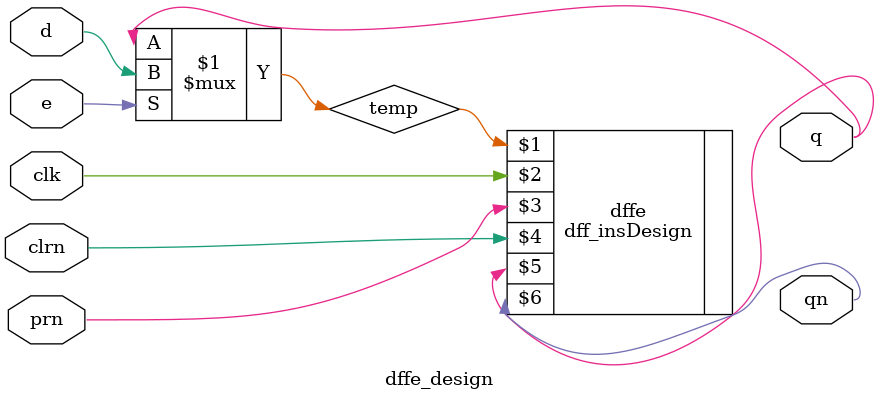
<source format=v>
`timescale 1ns / 1ps


module dffe_design(
    input d,e,clk,clrn,prn,
    output q,qn
);
    wire temp=e?d:q;
    dff_insDesign dffe(
        temp,clk,prn,clrn,q,qn
    );
endmodule

</source>
